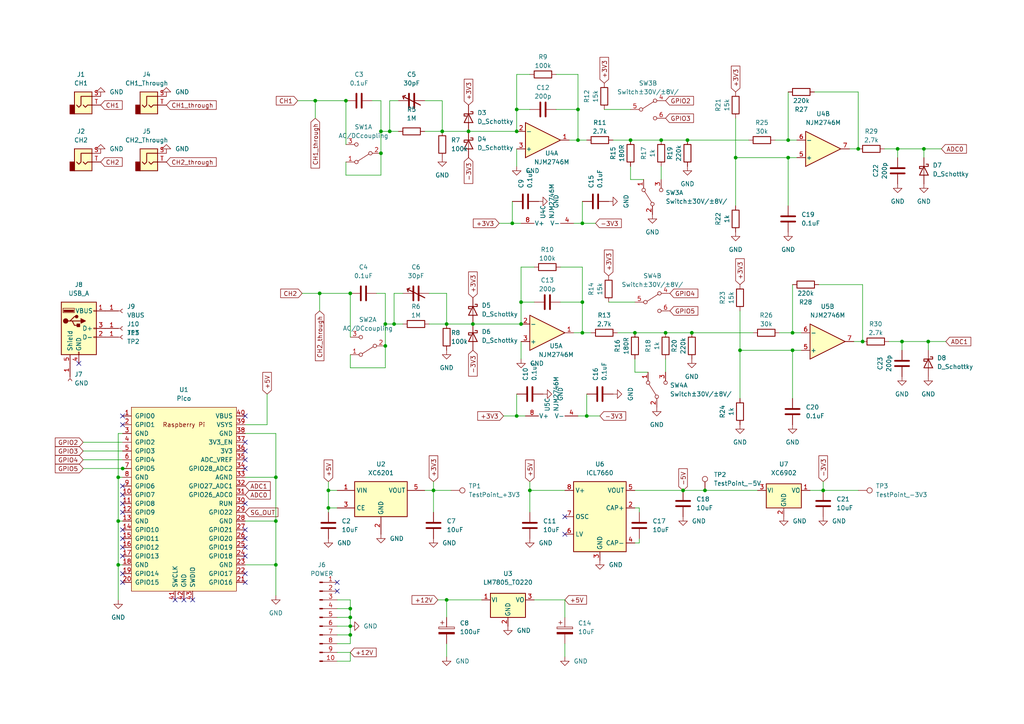
<source format=kicad_sch>
(kicad_sch (version 20211123) (generator eeschema)
  (paper "A4")
  (lib_symbols
    (symbol "Amplifier_Operational:LM6172" (pin_names (offset 0.127))
      (property "Reference" "U" (at 0 5.08 0))
      (property "Value" "LM6172" (at 0 -5.08 0))
      (symbol "LM6172_1_1"
        (pin output line (at 7.62 0 180) (length 2.54) (name "~") (number "1"))
        (pin input line (at -7.62 -2.54 0) (length 2.54) (name "-") (number "2"))
        (pin input line (at -7.62 2.54 0) (length 2.54) (name "+") (number "3"))
      )
      (symbol "LM6172_2_1"
        (pin input line (at -7.62 2.54 0) (length 2.54) (name "+") (number "5"))
        (pin input line (at -7.62 -2.54 0) (length 2.54) (name "-") (number "6"))
        (pin output line (at 7.62 0 180) (length 2.54) (name "~") (number "7"))
      )
      (symbol "LM6172_3_1"
        (pin power_in line (at -2.54 -7.62 90) (length 3.81) (name "V-") (number "4"))
        (pin power_in line (at -2.54 7.62 270) (length 3.81) (name "V+") (number "8"))
      )
    )
    (symbol "Connector:AudioJack2"
      (property "Reference" "J" (at 0 8.89 0))
      (property "Value" "AudioJack2" (at 0 6.35 0))
      (symbol "AudioJack2_1_1"
        (pin passive line (at 5.08 2.54 180) (length 2.54) (name "~") (number "S"))
        (pin passive line (at 5.08 0 180) (length 2.54) (name "~") (number "T"))
      )
    )
    (symbol "Connector:Conn_01x01_Female" (pin_names (offset 1.016) hide)
      (property "Reference" "J" (at 0 2.54 0))
      (property "Value" "Conn_01x01_Female" (at 0 -2.54 0))
      (symbol "Conn_01x01_Female_1_1"
        (pin passive line (at -5.08 0 0) (length 3.81) (name "Pin_1") (number "1"))
      )
    )
    (symbol "Connector:Conn_01x10_Male" (pin_names (offset 1.016) hide)
      (property "Reference" "J" (at 0 12.7 0))
      (property "Value" "Conn_01x10_Male" (at 0 -15.24 0))
      (symbol "Conn_01x10_Male_1_1"
        (pin passive line (at 5.08 10.16 180) (length 3.81) (name "Pin_1") (number "1"))
        (pin passive line (at 5.08 -12.7 180) (length 3.81) (name "Pin_10") (number "10"))
        (pin passive line (at 5.08 7.62 180) (length 3.81) (name "Pin_2") (number "2"))
        (pin passive line (at 5.08 5.08 180) (length 3.81) (name "Pin_3") (number "3"))
        (pin passive line (at 5.08 2.54 180) (length 3.81) (name "Pin_4") (number "4"))
        (pin passive line (at 5.08 0 180) (length 3.81) (name "Pin_5") (number "5"))
        (pin passive line (at 5.08 -2.54 180) (length 3.81) (name "Pin_6") (number "6"))
        (pin passive line (at 5.08 -5.08 180) (length 3.81) (name "Pin_7") (number "7"))
        (pin passive line (at 5.08 -7.62 180) (length 3.81) (name "Pin_8") (number "8"))
        (pin passive line (at 5.08 -10.16 180) (length 3.81) (name "Pin_9") (number "9"))
      )
    )
    (symbol "Connector:TestPoint" (pin_numbers hide) (pin_names (offset 0.762) hide)
      (property "Reference" "TP" (at 0 6.858 0))
      (property "Value" "TestPoint" (at 0 5.08 0))
      (symbol "TestPoint_1_1"
        (pin passive line (at 0 0 90) (length 2.54) (name "1") (number "1"))
      )
    )
    (symbol "Connector:USB_A" (pin_names (offset 1.016))
      (property "Reference" "J" (at -5.08 11.43 0))
      (property "Value" "USB_A" (at -5.08 8.89 0))
      (symbol "USB_A_1_1"
        (pin power_in line (at 7.62 5.08 180) (length 2.54) (name "VBUS") (number "1"))
        (pin bidirectional line (at 7.62 -2.54 180) (length 2.54) (name "D-") (number "2"))
        (pin bidirectional line (at 7.62 0 180) (length 2.54) (name "D+") (number "3"))
        (pin power_in line (at 0 -10.16 90) (length 2.54) (name "GND") (number "4"))
        (pin passive line (at -2.54 -10.16 90) (length 2.54) (name "Shield") (number "5"))
      )
    )
    (symbol "Device:C" (pin_numbers hide) (pin_names (offset 0.254))
      (property "Reference" "C" (at 0.635 2.54 0))
      (property "Value" "C" (at 0.635 -2.54 0))
      (symbol "C_1_1"
        (pin passive line (at 0 3.81 270) (length 2.794) (name "~") (number "1"))
        (pin passive line (at 0 -3.81 90) (length 2.794) (name "~") (number "2"))
      )
    )
    (symbol "Device:C_Polarized" (pin_numbers hide) (pin_names (offset 0.254))
      (property "Reference" "C" (at 0.635 2.54 0))
      (property "Value" "C_Polarized" (at 0.635 -2.54 0))
      (symbol "C_Polarized_1_1"
        (pin passive line (at 0 3.81 270) (length 2.794) (name "~") (number "1"))
        (pin passive line (at 0 -3.81 90) (length 2.794) (name "~") (number "2"))
      )
    )
    (symbol "Device:C_Variable" (pin_numbers hide) (pin_names (offset 0.254) hide)
      (property "Reference" "C" (at 0.635 -1.905 0))
      (property "Value" "C_Variable" (at 0.635 -3.81 0))
      (symbol "C_Variable_1_1"
        (pin passive line (at 0 3.81 270) (length 3.048) (name "~") (number "1"))
        (pin passive line (at 0 -3.81 90) (length 3.048) (name "~") (number "2"))
      )
    )
    (symbol "Device:D_Schottky" (pin_numbers hide) (pin_names (offset 1.016) hide)
      (property "Reference" "D" (at 0 2.54 0))
      (property "Value" "D_Schottky" (at 0 -2.54 0))
      (symbol "D_Schottky_1_1"
        (pin passive line (at -3.81 0 0) (length 2.54) (name "K") (number "1"))
        (pin passive line (at 3.81 0 180) (length 2.54) (name "A") (number "2"))
      )
    )
    (symbol "Device:R" (pin_numbers hide) (pin_names (offset 0))
      (property "Reference" "R" (at 2.032 0 90))
      (property "Value" "R" (at 0 0 90))
      (symbol "R_1_1"
        (pin passive line (at 0 3.81 270) (length 1.27) (name "~") (number "1"))
        (pin passive line (at 0 -3.81 90) (length 1.27) (name "~") (number "2"))
      )
    )
    (symbol "RPi_Pico:Pico" (pin_names (offset 1.016))
      (property "Reference" "U" (at -13.97 27.94 0))
      (property "Value" "Pico" (at 0 19.05 0))
      (symbol "Pico_0_0"
        (text "Raspberry Pi" (at 0 21.59 0) (effects (font (size 1.27 1.27))))
      )
      (symbol "Pico_1_1"
        (pin bidirectional line (at -17.78 24.13 0) (length 2.54) (name "GPIO0") (number "1"))
        (pin bidirectional line (at -17.78 1.27 0) (length 2.54) (name "GPIO7") (number "10"))
        (pin bidirectional line (at -17.78 -1.27 0) (length 2.54) (name "GPIO8") (number "11"))
        (pin bidirectional line (at -17.78 -3.81 0) (length 2.54) (name "GPIO9") (number "12"))
        (pin power_in line (at -17.78 -6.35 0) (length 2.54) (name "GND") (number "13"))
        (pin bidirectional line (at -17.78 -8.89 0) (length 2.54) (name "GPIO10") (number "14"))
        (pin bidirectional line (at -17.78 -11.43 0) (length 2.54) (name "GPIO11") (number "15"))
        (pin bidirectional line (at -17.78 -13.97 0) (length 2.54) (name "GPIO12") (number "16"))
        (pin bidirectional line (at -17.78 -16.51 0) (length 2.54) (name "GPIO13") (number "17"))
        (pin power_in line (at -17.78 -19.05 0) (length 2.54) (name "GND") (number "18"))
        (pin bidirectional line (at -17.78 -21.59 0) (length 2.54) (name "GPIO14") (number "19"))
        (pin bidirectional line (at -17.78 21.59 0) (length 2.54) (name "GPIO1") (number "2"))
        (pin bidirectional line (at -17.78 -24.13 0) (length 2.54) (name "GPIO15") (number "20"))
        (pin bidirectional line (at 17.78 -24.13 180) (length 2.54) (name "GPIO16") (number "21"))
        (pin bidirectional line (at 17.78 -21.59 180) (length 2.54) (name "GPIO17") (number "22"))
        (pin power_in line (at 17.78 -19.05 180) (length 2.54) (name "GND") (number "23"))
        (pin bidirectional line (at 17.78 -16.51 180) (length 2.54) (name "GPIO18") (number "24"))
        (pin bidirectional line (at 17.78 -13.97 180) (length 2.54) (name "GPIO19") (number "25"))
        (pin bidirectional line (at 17.78 -11.43 180) (length 2.54) (name "GPIO20") (number "26"))
        (pin bidirectional line (at 17.78 -8.89 180) (length 2.54) (name "GPIO21") (number "27"))
        (pin power_in line (at 17.78 -6.35 180) (length 2.54) (name "GND") (number "28"))
        (pin bidirectional line (at 17.78 -3.81 180) (length 2.54) (name "GPIO22") (number "29"))
        (pin power_in line (at -17.78 19.05 0) (length 2.54) (name "GND") (number "3"))
        (pin input line (at 17.78 -1.27 180) (length 2.54) (name "RUN") (number "30"))
        (pin bidirectional line (at 17.78 1.27 180) (length 2.54) (name "GPIO26_ADC0") (number "31"))
        (pin bidirectional line (at 17.78 3.81 180) (length 2.54) (name "GPIO27_ADC1") (number "32"))
        (pin power_in line (at 17.78 6.35 180) (length 2.54) (name "AGND") (number "33"))
        (pin bidirectional line (at 17.78 8.89 180) (length 2.54) (name "GPIO28_ADC2") (number "34"))
        (pin unspecified line (at 17.78 11.43 180) (length 2.54) (name "ADC_VREF") (number "35"))
        (pin unspecified line (at 17.78 13.97 180) (length 2.54) (name "3V3") (number "36"))
        (pin input line (at 17.78 16.51 180) (length 2.54) (name "3V3_EN") (number "37"))
        (pin bidirectional line (at 17.78 19.05 180) (length 2.54) (name "GND") (number "38"))
        (pin unspecified line (at 17.78 21.59 180) (length 2.54) (name "VSYS") (number "39"))
        (pin bidirectional line (at -17.78 16.51 0) (length 2.54) (name "GPIO2") (number "4"))
        (pin unspecified line (at 17.78 24.13 180) (length 2.54) (name "VBUS") (number "40"))
        (pin input line (at -2.54 -29.21 90) (length 2.54) (name "SWCLK") (number "41"))
        (pin power_in line (at 0 -29.21 90) (length 2.54) (name "GND") (number "42"))
        (pin bidirectional line (at 2.54 -29.21 90) (length 2.54) (name "SWDIO") (number "43"))
        (pin bidirectional line (at -17.78 13.97 0) (length 2.54) (name "GPIO3") (number "5"))
        (pin bidirectional line (at -17.78 11.43 0) (length 2.54) (name "GPIO4") (number "6"))
        (pin bidirectional line (at -17.78 8.89 0) (length 2.54) (name "GPIO5") (number "7"))
        (pin power_in line (at -17.78 6.35 0) (length 2.54) (name "GND") (number "8"))
        (pin bidirectional line (at -17.78 3.81 0) (length 2.54) (name "GPIO6") (number "9"))
      )
    )
    (symbol "Regulator_Linear:LM7805_TO220" (pin_names (offset 0.254))
      (property "Reference" "U" (at -3.81 3.175 0))
      (property "Value" "LM7805_TO220" (at 0 3.175 0))
      (symbol "LM7805_TO220_1_1"
        (pin power_in line (at -7.62 0 0) (length 2.54) (name "VI") (number "1"))
        (pin power_in line (at 0 -7.62 90) (length 2.54) (name "GND") (number "2"))
        (pin power_out line (at 7.62 0 180) (length 2.54) (name "VO") (number "3"))
      )
    )
    (symbol "Regulator_Linear:XC6206PxxxMR" (pin_names (offset 0.254))
      (property "Reference" "U?" (at 0 7.62 0))
      (property "Value" "XC6206PxxxMR" (at 0 5.08 0))
      (symbol "XC6206PxxxMR_1_1"
        (pin power_out line (at 7.62 0 180) (length 2.54) (name "VO") (number "1"))
        (pin power_in line (at 0 -7.62 90) (length 2.54) (name "GND") (number "2"))
        (pin power_in line (at -7.62 0 0) (length 2.54) (name "VI") (number "3"))
      )
    )
    (symbol "Regulator_Linear:XC6210B332MR"
      (property "Reference" "U" (at 0 8.89 0))
      (property "Value" "XC6210B332MR" (at 0 6.35 0))
      (symbol "XC6210B332MR_1_1"
        (pin power_in line (at -12.7 2.54 0) (length 5.08) (name "VIN") (number "1"))
        (pin power_in line (at 0 -10.16 90) (length 5.08) (name "GND") (number "2"))
        (pin input line (at -12.7 -2.54 0) (length 5.08) (name "CE") (number "3"))
        (pin no_connect line (at 12.7 -2.54 180) (length 5.08) hide (name "NC") (number "4"))
        (pin power_out line (at 12.7 2.54 180) (length 5.08) (name "VOUT") (number "5"))
      )
    )
    (symbol "Regulator_SwitchedCapacitor:ICL7660"
      (property "Reference" "U" (at -6.35 11.43 0))
      (property "Value" "ICL7660" (at 3.81 11.43 0))
      (symbol "ICL7660_1_1"
        (pin no_connect line (at -7.62 5.08 0) (length 2.54) hide (name "NC") (number "1"))
        (pin input line (at 10.16 2.54 180) (length 2.54) (name "CAP+") (number "2"))
        (pin power_in line (at 0 -12.7 90) (length 2.54) (name "GND") (number "3"))
        (pin input line (at 10.16 -7.62 180) (length 2.54) (name "CAP-") (number "4"))
        (pin power_out line (at 10.16 7.62 180) (length 2.54) (name "VOUT") (number "5"))
        (pin input line (at -10.16 -5.08 0) (length 2.54) (name "LV") (number "6"))
        (pin input line (at -10.16 0 0) (length 2.54) (name "OSC") (number "7"))
        (pin power_in line (at -10.16 7.62 0) (length 2.54) (name "V+") (number "8"))
      )
    )
    (symbol "Switch:SW_DPDT_x2" (pin_names (offset 0) hide)
      (property "Reference" "SW" (at 0 4.318 0))
      (property "Value" "SW_DPDT_x2" (at 0 -5.08 0))
      (symbol "SW_DPDT_x2_1_1"
        (pin passive line (at 5.08 2.54 180) (length 2.54) (name "A") (number "1"))
        (pin passive line (at -5.08 0 0) (length 2.54) (name "B") (number "2"))
        (pin passive line (at 5.08 -2.54 180) (length 2.54) (name "C") (number "3"))
      )
      (symbol "SW_DPDT_x2_2_1"
        (pin passive line (at 5.08 2.54 180) (length 2.54) (name "A") (number "4"))
        (pin passive line (at -5.08 0 0) (length 2.54) (name "B") (number "5"))
        (pin passive line (at 5.08 -2.54 180) (length 2.54) (name "C") (number "6"))
      )
    )
    (symbol "power:GND" (power) (pin_names (offset 0))
      (property "Value" "GND" (at 0 -3.81 0))
      (symbol "GND_1_1"
        (pin power_in line (at 0 0 270) (length 0) hide (name "GND") (number "1"))
      )
    )
  )
  (junction (at 128.27 38.1))
  (junction (at 184.15 96.52))
  (junction (at 125.73 142.24))
  (junction (at 238.76 142.24))
  (junction (at 129.54 93.98))
  (junction (at 214.63 101.6))
  (junction (at 269.24 99.06))
  (junction (at 248.92 43.18))
  (junction (at 35.56 135.89))
  (junction (at 111.76 93.98))
  (junction (at 250.19 99.06))
  (junction (at 213.36 45.72))
  (junction (at 167.64 31.75))
  (junction (at 129.54 173.99))
  (junction (at 261.62 99.06))
  (junction (at 191.77 40.64))
  (junction (at 80.01 163.83))
  (junction (at 149.86 38.1))
  (junction (at 229.87 96.52))
  (junction (at 101.6 181.61))
  (junction (at 100.33 29.21))
  (junction (at 168.91 64.77))
  (junction (at 137.16 93.98))
  (junction (at 199.39 40.64))
  (junction (at 101.6 179.07))
  (junction (at 168.91 87.63))
  (junction (at 148.59 64.77))
  (junction (at 167.64 40.64))
  (junction (at 34.29 163.83))
  (junction (at 182.88 40.64))
  (junction (at 228.6 45.72))
  (junction (at 95.25 147.32))
  (junction (at 151.13 93.98))
  (junction (at 34.29 151.13))
  (junction (at 91.44 29.21))
  (junction (at 114.3 93.98))
  (junction (at 110.49 38.1))
  (junction (at 113.03 38.1))
  (junction (at 92.71 85.09))
  (junction (at 229.87 101.6))
  (junction (at 95.25 142.24))
  (junction (at 80.01 151.13))
  (junction (at 34.29 138.43))
  (junction (at 135.89 38.1))
  (junction (at 151.13 87.63))
  (junction (at 204.47 142.24))
  (junction (at 80.01 138.43))
  (junction (at 149.86 120.65))
  (junction (at 193.04 96.52))
  (junction (at 170.18 120.65))
  (junction (at 101.6 176.53))
  (junction (at 267.97 43.18))
  (junction (at 198.12 142.24))
  (junction (at 101.6 184.15))
  (junction (at 200.66 96.52))
  (junction (at 110.49 44.45))
  (junction (at 153.67 142.24))
  (junction (at 168.91 96.52))
  (junction (at 149.86 31.75))
  (junction (at 260.35 43.18))
  (junction (at 111.76 100.33))
  (junction (at 101.6 85.09))
  (junction (at 228.6 40.64))
  (no_connect (at 35.56 166.37))
  (no_connect (at 35.56 168.91))
  (no_connect (at 22.86 105.41))
  (no_connect (at 71.12 128.27))
  (no_connect (at 71.12 133.35))
  (no_connect (at 71.12 135.89))
  (no_connect (at 71.12 146.05))
  (no_connect (at 71.12 120.65))
  (no_connect (at 50.8 173.99))
  (no_connect (at 53.34 173.99))
  (no_connect (at 55.88 173.99))
  (no_connect (at 71.12 153.67))
  (no_connect (at 71.12 156.21))
  (no_connect (at 71.12 158.75))
  (no_connect (at 71.12 161.29))
  (no_connect (at 71.12 166.37))
  (no_connect (at 71.12 168.91))
  (no_connect (at 71.12 130.81))
  (no_connect (at 35.56 161.29))
  (no_connect (at 35.56 156.21))
  (no_connect (at 35.56 153.67))
  (no_connect (at 35.56 158.75))
  (no_connect (at 35.56 148.59))
  (no_connect (at 35.56 143.51))
  (no_connect (at 35.56 146.05))
  (no_connect (at 35.56 140.97))
  (no_connect (at 97.79 168.91))
  (no_connect (at 97.79 171.45))
  (no_connect (at 163.83 154.94))
  (no_connect (at 163.83 149.86))
  (no_connect (at 35.56 120.65))
  (no_connect (at 35.56 123.19))
  (wire (pts (xy 167.64 40.64) (xy 170.18 40.64)))
  (wire (pts (xy 91.44 29.21) (xy 100.33 29.21)))
  (wire (pts (xy 182.88 52.07) (xy 186.69 52.07)))
  (wire (pts (xy 87.63 85.09) (xy 92.71 85.09)))
  (wire (pts (xy 184.15 147.32) (xy 185.42 147.32)))
  (wire (pts (xy 151.13 77.47) (xy 151.13 87.63)))
  (wire (pts (xy 151.13 87.63) (xy 151.13 93.98)))
  (wire (pts (xy 214.63 101.6) (xy 229.87 101.6)))
  (wire (pts (xy 95.25 142.24) (xy 95.25 147.32)))
  (wire (pts (xy 125.73 142.24) (xy 125.73 148.59)))
  (wire (pts (xy 153.67 31.75) (xy 149.86 31.75)))
  (wire (pts (xy 154.94 77.47) (xy 151.13 77.47)))
  (wire (pts (xy 162.56 77.47) (xy 168.91 77.47)))
  (wire (pts (xy 184.15 107.95) (xy 187.96 107.95)))
  (wire (pts (xy 229.87 96.52) (xy 232.41 96.52)))
  (wire (pts (xy 80.01 151.13) (xy 80.01 163.83)))
  (wire (pts (xy 34.29 138.43) (xy 35.56 138.43)))
  (wire (pts (xy 110.49 38.1) (xy 113.03 38.1)))
  (wire (pts (xy 261.62 99.06) (xy 261.62 101.6)))
  (wire (pts (xy 100.33 50.8) (xy 100.33 46.99)))
  (wire (pts (xy 191.77 48.26) (xy 191.77 52.07)))
  (wire (pts (xy 101.6 191.77) (xy 97.79 191.77)))
  (wire (pts (xy 129.54 85.09) (xy 129.54 93.98)))
  (wire (pts (xy 124.46 93.98) (xy 129.54 93.98)))
  (wire (pts (xy 213.36 45.72) (xy 228.6 45.72)))
  (wire (pts (xy 101.6 181.61) (xy 101.6 184.15)))
  (wire (pts (xy 267.97 43.18) (xy 273.05 43.18)))
  (wire (pts (xy 149.86 31.75) (xy 149.86 38.1)))
  (wire (pts (xy 185.42 147.32) (xy 185.42 148.59)))
  (wire (pts (xy 34.29 151.13) (xy 34.29 163.83)))
  (wire (pts (xy 269.24 99.06) (xy 274.32 99.06)))
  (wire (pts (xy 24.13 135.89) (xy 35.56 135.89)))
  (wire (pts (xy 71.12 138.43) (xy 80.01 138.43)))
  (wire (pts (xy 166.37 96.52) (xy 168.91 96.52)))
  (wire (pts (xy 111.76 85.09) (xy 111.76 93.98)))
  (wire (pts (xy 228.6 26.67) (xy 228.6 40.64)))
  (wire (pts (xy 125.73 139.7) (xy 125.73 142.24)))
  (wire (pts (xy 109.22 85.09) (xy 111.76 85.09)))
  (wire (pts (xy 247.65 99.06) (xy 250.19 99.06)))
  (wire (pts (xy 226.06 96.52) (xy 229.87 96.52)))
  (wire (pts (xy 148.59 64.77) (xy 148.59 58.42)))
  (wire (pts (xy 71.12 125.73) (xy 80.01 125.73)))
  (wire (pts (xy 149.86 43.18) (xy 149.86 48.26)))
  (wire (pts (xy 146.05 120.65) (xy 149.86 120.65)))
  (wire (pts (xy 80.01 163.83) (xy 80.01 172.72)))
  (wire (pts (xy 193.04 104.14) (xy 193.04 107.95)))
  (wire (pts (xy 193.04 96.52) (xy 200.66 96.52)))
  (wire (pts (xy 149.86 120.65) (xy 149.86 114.3)))
  (wire (pts (xy 71.12 151.13) (xy 80.01 151.13)))
  (wire (pts (xy 114.3 85.09) (xy 116.84 85.09)))
  (wire (pts (xy 229.87 101.6) (xy 229.87 115.57)))
  (wire (pts (xy 184.15 104.14) (xy 184.15 107.95)))
  (wire (pts (xy 228.6 45.72) (xy 231.14 45.72)))
  (wire (pts (xy 114.3 93.98) (xy 114.3 85.09)))
  (wire (pts (xy 165.1 40.64) (xy 167.64 40.64)))
  (wire (pts (xy 80.01 125.73) (xy 80.01 138.43)))
  (wire (pts (xy 97.79 179.07) (xy 101.6 179.07)))
  (wire (pts (xy 129.54 93.98) (xy 137.16 93.98)))
  (wire (pts (xy 101.6 173.99) (xy 101.6 176.53)))
  (wire (pts (xy 24.13 130.81) (xy 35.56 130.81)))
  (wire (pts (xy 261.62 99.06) (xy 269.24 99.06)))
  (wire (pts (xy 113.03 38.1) (xy 115.57 38.1)))
  (wire (pts (xy 185.42 157.48) (xy 184.15 157.48)))
  (wire (pts (xy 111.76 106.68) (xy 101.6 106.68)))
  (wire (pts (xy 101.6 184.15) (xy 101.6 186.69)))
  (wire (pts (xy 97.79 176.53) (xy 101.6 176.53)))
  (wire (pts (xy 101.6 189.23) (xy 101.6 191.77)))
  (wire (pts (xy 228.6 45.72) (xy 228.6 59.69)))
  (wire (pts (xy 214.63 101.6) (xy 214.63 115.57)))
  (wire (pts (xy 113.03 38.1) (xy 113.03 29.21)))
  (wire (pts (xy 149.86 120.65) (xy 152.4 120.65)))
  (wire (pts (xy 248.92 26.67) (xy 248.92 43.18)))
  (wire (pts (xy 153.67 142.24) (xy 153.67 148.59)))
  (wire (pts (xy 257.81 99.06) (xy 261.62 99.06)))
  (wire (pts (xy 137.16 93.98) (xy 151.13 93.98)))
  (wire (pts (xy 97.79 173.99) (xy 101.6 173.99)))
  (wire (pts (xy 35.56 135.89) (xy 36.83 135.89)))
  (wire (pts (xy 198.12 142.24) (xy 204.47 142.24)))
  (wire (pts (xy 204.47 142.24) (xy 219.71 142.24)))
  (wire (pts (xy 162.56 87.63) (xy 168.91 87.63)))
  (wire (pts (xy 34.29 163.83) (xy 35.56 163.83)))
  (wire (pts (xy 213.36 45.72) (xy 213.36 59.69)))
  (wire (pts (xy 135.89 38.1) (xy 149.86 38.1)))
  (wire (pts (xy 237.49 82.55) (xy 250.19 82.55)))
  (wire (pts (xy 24.13 133.35) (xy 35.56 133.35)))
  (wire (pts (xy 176.53 87.63) (xy 184.15 87.63)))
  (wire (pts (xy 161.29 31.75) (xy 167.64 31.75)))
  (wire (pts (xy 111.76 100.33) (xy 111.76 106.68)))
  (wire (pts (xy 95.25 147.32) (xy 97.79 147.32)))
  (wire (pts (xy 175.26 31.75) (xy 182.88 31.75)))
  (wire (pts (xy 238.76 139.7) (xy 238.76 142.24)))
  (wire (pts (xy 91.44 29.21) (xy 91.44 34.29)))
  (wire (pts (xy 80.01 138.43) (xy 80.01 151.13)))
  (wire (pts (xy 177.8 40.64) (xy 182.88 40.64)))
  (wire (pts (xy 166.37 64.77) (xy 168.91 64.77)))
  (wire (pts (xy 97.79 184.15) (xy 101.6 184.15)))
  (wire (pts (xy 128.27 38.1) (xy 135.89 38.1)))
  (wire (pts (xy 101.6 179.07) (xy 101.6 181.61)))
  (wire (pts (xy 34.29 163.83) (xy 34.29 173.99)))
  (wire (pts (xy 163.83 173.99) (xy 163.83 179.07)))
  (wire (pts (xy 114.3 93.98) (xy 116.84 93.98)))
  (wire (pts (xy 123.19 38.1) (xy 128.27 38.1)))
  (wire (pts (xy 101.6 176.53) (xy 101.6 179.07)))
  (wire (pts (xy 107.95 29.21) (xy 110.49 29.21)))
  (wire (pts (xy 179.07 96.52) (xy 184.15 96.52)))
  (wire (pts (xy 124.46 85.09) (xy 129.54 85.09)))
  (wire (pts (xy 95.25 142.24) (xy 97.79 142.24)))
  (wire (pts (xy 127 173.99) (xy 129.54 173.99)))
  (wire (pts (xy 234.95 142.24) (xy 238.76 142.24)))
  (wire (pts (xy 34.29 125.73) (xy 34.29 138.43)))
  (wire (pts (xy 154.94 173.99) (xy 163.83 173.99)))
  (wire (pts (xy 163.83 186.69) (xy 163.83 190.5)))
  (wire (pts (xy 228.6 40.64) (xy 231.14 40.64)))
  (wire (pts (xy 200.66 96.52) (xy 218.44 96.52)))
  (wire (pts (xy 97.79 189.23) (xy 101.6 189.23)))
  (wire (pts (xy 110.49 38.1) (xy 110.49 44.45)))
  (wire (pts (xy 161.29 21.59) (xy 167.64 21.59)))
  (wire (pts (xy 71.12 163.83) (xy 80.01 163.83)))
  (wire (pts (xy 148.59 64.77) (xy 151.13 64.77)))
  (wire (pts (xy 184.15 142.24) (xy 198.12 142.24)))
  (wire (pts (xy 168.91 87.63) (xy 168.91 96.52)))
  (wire (pts (xy 86.36 29.21) (xy 91.44 29.21)))
  (wire (pts (xy 168.91 64.77) (xy 172.72 64.77)))
  (wire (pts (xy 92.71 85.09) (xy 92.71 90.17)))
  (wire (pts (xy 101.6 106.68) (xy 101.6 102.87)))
  (wire (pts (xy 153.67 139.7) (xy 153.67 142.24)))
  (wire (pts (xy 246.38 43.18) (xy 248.92 43.18)))
  (wire (pts (xy 168.91 64.77) (xy 168.91 58.42)))
  (wire (pts (xy 170.18 120.65) (xy 170.18 114.3)))
  (wire (pts (xy 34.29 138.43) (xy 34.29 151.13)))
  (wire (pts (xy 110.49 29.21) (xy 110.49 38.1)))
  (wire (pts (xy 149.86 21.59) (xy 149.86 31.75)))
  (wire (pts (xy 260.35 43.18) (xy 260.35 45.72)))
  (wire (pts (xy 267.97 43.18) (xy 267.97 45.72)))
  (wire (pts (xy 77.47 114.3) (xy 77.47 123.19)))
  (wire (pts (xy 153.67 21.59) (xy 149.86 21.59)))
  (wire (pts (xy 110.49 50.8) (xy 100.33 50.8)))
  (wire (pts (xy 123.19 142.24) (xy 125.73 142.24)))
  (wire (pts (xy 110.49 44.45) (xy 110.49 50.8)))
  (wire (pts (xy 168.91 77.47) (xy 168.91 87.63)))
  (wire (pts (xy 71.12 123.19) (xy 77.47 123.19)))
  (wire (pts (xy 139.7 173.99) (xy 129.54 173.99)))
  (wire (pts (xy 229.87 82.55) (xy 229.87 96.52)))
  (wire (pts (xy 167.64 31.75) (xy 167.64 40.64)))
  (wire (pts (xy 236.22 26.67) (xy 248.92 26.67)))
  (wire (pts (xy 256.54 43.18) (xy 260.35 43.18)))
  (wire (pts (xy 123.19 29.21) (xy 128.27 29.21)))
  (wire (pts (xy 168.91 96.52) (xy 171.45 96.52)))
  (wire (pts (xy 170.18 120.65) (xy 173.99 120.65)))
  (wire (pts (xy 213.36 34.29) (xy 213.36 45.72)))
  (wire (pts (xy 154.94 87.63) (xy 151.13 87.63)))
  (wire (pts (xy 167.64 120.65) (xy 170.18 120.65)))
  (wire (pts (xy 151.13 99.06) (xy 151.13 104.14)))
  (wire (pts (xy 199.39 40.64) (xy 217.17 40.64)))
  (wire (pts (xy 34.29 151.13) (xy 35.56 151.13)))
  (wire (pts (xy 35.56 125.73) (xy 34.29 125.73)))
  (wire (pts (xy 250.19 82.55) (xy 250.19 99.06)))
  (wire (pts (xy 24.13 128.27) (xy 35.56 128.27)))
  (wire (pts (xy 129.54 173.99) (xy 129.54 179.07)))
  (wire (pts (xy 214.63 90.17) (xy 214.63 101.6)))
  (wire (pts (xy 229.87 101.6) (xy 232.41 101.6)))
  (wire (pts (xy 182.88 40.64) (xy 191.77 40.64)))
  (wire (pts (xy 100.33 29.21) (xy 100.33 41.91)))
  (wire (pts (xy 95.25 139.7) (xy 95.25 142.24)))
  (wire (pts (xy 95.25 147.32) (xy 95.25 148.59)))
  (wire (pts (xy 113.03 29.21) (xy 115.57 29.21)))
  (wire (pts (xy 144.78 64.77) (xy 148.59 64.77)))
  (wire (pts (xy 111.76 93.98) (xy 114.3 93.98)))
  (wire (pts (xy 101.6 85.09) (xy 101.6 97.79)))
  (wire (pts (xy 238.76 142.24) (xy 248.92 142.24)))
  (wire (pts (xy 224.79 40.64) (xy 228.6 40.64)))
  (wire (pts (xy 153.67 142.24) (xy 163.83 142.24)))
  (wire (pts (xy 101.6 186.69) (xy 97.79 186.69)))
  (wire (pts (xy 191.77 40.64) (xy 199.39 40.64)))
  (wire (pts (xy 184.15 96.52) (xy 193.04 96.52)))
  (wire (pts (xy 111.76 93.98) (xy 111.76 100.33)))
  (wire (pts (xy 92.71 85.09) (xy 101.6 85.09)))
  (wire (pts (xy 182.88 48.26) (xy 182.88 52.07)))
  (wire (pts (xy 167.64 21.59) (xy 167.64 31.75)))
  (wire (pts (xy 260.35 43.18) (xy 267.97 43.18)))
  (wire (pts (xy 129.54 186.69) (xy 129.54 190.5)))
  (wire (pts (xy 125.73 142.24) (xy 130.81 142.24)))
  (wire (pts (xy 185.42 156.21) (xy 185.42 157.48)))
  (wire (pts (xy 97.79 181.61) (xy 101.6 181.61)))
  (wire (pts (xy 128.27 29.21) (xy 128.27 38.1)))
  (wire (pts (xy 269.24 99.06) (xy 269.24 101.6)))
  (global_label "+3V3" (shape input) (at 135.89 30.48 90) (property "Intersheet References" "${INTERSHEET_REFS}" (effects hide)))
  (global_label "GPIO4" (shape input) (at 24.13 133.35 180) (property "Intersheet References" "${INTERSHEET_REFS}" (effects hide)))
  (global_label "+12V" (shape input) (at 127 173.99 180) (property "Intersheet References" "${INTERSHEET_REFS}" (effects hide)))
  (global_label "CH1_through" (shape input) (at 91.44 34.29 270) (property "Intersheet References" "${INTERSHEET_REFS}" (effects hide)))
  (global_label "ADC0" (shape input) (at 273.05 43.18 0) (property "Intersheet References" "${INTERSHEET_REFS}" (effects hide)))
  (global_label "+3V3" (shape input) (at 144.78 64.77 180) (property "Intersheet References" "${INTERSHEET_REFS}" (effects hide)))
  (global_label "ADC0" (shape input) (at 71.12 143.51 0) (property "Intersheet References" "${INTERSHEET_REFS}" (effects hide)))
  (global_label "GPIO5" (shape input) (at 194.31 90.17 0) (property "Intersheet References" "${INTERSHEET_REFS}" (effects hide)))
  (global_label "+3V3" (shape input) (at 137.16 86.36 90) (property "Intersheet References" "${INTERSHEET_REFS}" (effects hide)))
  (global_label "ADC1" (shape input) (at 274.32 99.06 0) (property "Intersheet References" "${INTERSHEET_REFS}" (effects hide)))
  (global_label "+12V" (shape input) (at 101.6 189.23 0) (property "Intersheet References" "${INTERSHEET_REFS}" (effects hide)))
  (global_label "GPIO2" (shape input) (at 193.04 29.21 0) (property "Intersheet References" "${INTERSHEET_REFS}" (effects hide)))
  (global_label "+3V3" (shape input) (at 176.53 80.01 90) (property "Intersheet References" "${INTERSHEET_REFS}" (effects hide)))
  (global_label "GPIO3" (shape input) (at 193.04 34.29 0) (property "Intersheet References" "${INTERSHEET_REFS}" (effects hide)))
  (global_label "+5V" (shape input) (at 153.67 139.7 90) (property "Intersheet References" "${INTERSHEET_REFS}" (effects hide)))
  (global_label "CH1" (shape input) (at 86.36 29.21 180) (property "Intersheet References" "${INTERSHEET_REFS}" (effects hide)))
  (global_label "+5V" (shape input) (at 95.25 139.7 90) (property "Intersheet References" "${INTERSHEET_REFS}" (effects hide)))
  (global_label "-5V" (shape input) (at 198.12 142.24 90) (property "Intersheet References" "${INTERSHEET_REFS}" (effects hide)))
  (global_label "GPIO4" (shape input) (at 194.31 85.09 0) (property "Intersheet References" "${INTERSHEET_REFS}" (effects hide)))
  (global_label "-3V3" (shape input) (at 173.99 120.65 0) (property "Intersheet References" "${INTERSHEET_REFS}" (effects hide)))
  (global_label "+3V3" (shape input) (at 125.73 139.7 90) (property "Intersheet References" "${INTERSHEET_REFS}" (effects hide)))
  (global_label "-3V3" (shape input) (at 172.72 64.77 0) (property "Intersheet References" "${INTERSHEET_REFS}" (effects hide)))
  (global_label "GPIO2" (shape input) (at 24.13 128.27 180) (property "Intersheet References" "${INTERSHEET_REFS}" (effects hide)))
  (global_label "-3V3" (shape input) (at 135.89 45.72 270) (property "Intersheet References" "${INTERSHEET_REFS}" (effects hide)))
  (global_label "CH2_through" (shape input) (at 92.71 90.17 270) (property "Intersheet References" "${INTERSHEET_REFS}" (effects hide)))
  (global_label "GPIO3" (shape input) (at 24.13 130.81 180) (property "Intersheet References" "${INTERSHEET_REFS}" (effects hide)))
  (global_label "CH2_through" (shape input) (at 48.26 46.99 0) (property "Intersheet References" "${INTERSHEET_REFS}" (effects hide)))
  (global_label "-3V3" (shape input) (at 137.16 101.6 270) (property "Intersheet References" "${INTERSHEET_REFS}" (effects hide)))
  (global_label "CH1_through" (shape input) (at 48.26 30.48 0) (property "Intersheet References" "${INTERSHEET_REFS}" (effects hide)))
  (global_label "SG_OUT" (shape input) (at 71.12 148.59 0) (property "Intersheet References" "${INTERSHEET_REFS}" (effects hide)))
  (global_label "+5V" (shape input) (at 77.47 114.3 90) (property "Intersheet References" "${INTERSHEET_REFS}" (effects hide)))
  (global_label "+3V3" (shape input) (at 146.05 120.65 180) (property "Intersheet References" "${INTERSHEET_REFS}" (effects hide)))
  (global_label "-3V3" (shape input) (at 238.76 139.7 90) (property "Intersheet References" "${INTERSHEET_REFS}" (effects hide)))
  (global_label "+3V3" (shape input) (at 214.63 82.55 90) (property "Intersheet References" "${INTERSHEET_REFS}" (effects hide)))
  (global_label "CH1" (shape input) (at 29.21 30.48 0) (property "Intersheet References" "${INTERSHEET_REFS}" (effects hide)))
  (global_label "+5V" (shape input) (at 163.83 173.99 0) (property "Intersheet References" "${INTERSHEET_REFS}" (effects hide)))
  (global_label "+3V3" (shape input) (at 213.36 26.67 90) (property "Intersheet References" "${INTERSHEET_REFS}" (effects hide)))
  (global_label "CH2" (shape input) (at 29.21 46.99 0) (property "Intersheet References" "${INTERSHEET_REFS}" (effects hide)))
  (global_label "+3V3" (shape input) (at 175.26 24.13 90) (property "Intersheet References" "${INTERSHEET_REFS}" (effects hide)))
  (global_label "CH2" (shape input) (at 87.63 85.09 180) (property "Intersheet References" "${INTERSHEET_REFS}" (effects hide)))
  (global_label "GPIO5" (shape input) (at 24.13 135.89 180) (property "Intersheet References" "${INTERSHEET_REFS}" (effects hide)))
  (global_label "ADC1" (shape input) (at 71.12 140.97 0) (property "Intersheet References" "${INTERSHEET_REFS}" (effects hide)))
  (symbol (lib_id "power:GND") (at 198.12 149.86 0) (unit 1)
    (property "Reference" "#PWR029" (effects hide))
    (property "Value" "GND" (at 200.66 151.1299 0) (effects (justify left)))
  )
  (symbol (lib_id "power:GND") (at 129.54 101.6 0) (unit 1)
    (property "Reference" "#PWR015" (effects hide))
    (property "Value" "GND" (at 129.54 106.68 0))
  )
  (symbol (lib_id "Device:C") (at 153.67 152.4 0) (unit 1)
    (property "Reference" "C11" (at 157.48 151.1299 0) (effects (justify left)))
    (property "Value" "10uF" (at 157.48 153.6699 0) (effects (justify left)))
    (property "Footprint" "Capacitor_THT:C_Disc_D5.0mm_W2.5mm_P2.50mm" (effects hide))
  )
  (symbol (lib_id "Device:C") (at 95.25 152.4 0) (unit 1)
    (property "Reference" "C2" (at 99.06 151.1299 0) (effects (justify left)))
    (property "Value" "10uF" (at 99.06 153.6699 0) (effects (justify left)))
    (property "Footprint" "Capacitor_THT:C_Disc_D5.0mm_W2.5mm_P2.50mm" (effects hide))
  )
  (symbol (lib_id "power:GND") (at 261.62 109.22 0) (unit 1)
    (property "Reference" "#PWR039" (effects hide))
    (property "Value" "GND" (at 261.62 114.3 0))
  )
  (symbol (lib_id "Device:D_Schottky") (at 137.16 90.17 270) (unit 1)
    (property "Reference" "D5" (at 139.7 88.5824 90) (effects (justify left)))
    (property "Value" "D_Schottky" (at 139.7 91.1224 90) (effects (justify left)))
    (property "Footprint" "Diode_THT:D_DO-41_SOD81_P7.62mm_Horizontal" (effects hide))
  )
  (symbol (lib_id "Device:R") (at 120.65 93.98 90) (unit 1)
    (property "Reference" "R6" (at 120.65 88.9 90))
    (property "Value" "1M" (at 120.65 91.44 90))
    (property "Footprint" "Resistor_THT:R_Axial_DIN0207_L6.3mm_D2.5mm_P2.54mm_Vertical" (effects hide))
  )
  (symbol (lib_id "Device:R") (at 158.75 77.47 270) (unit 1)
    (property "Reference" "R10" (at 158.75 72.39 90))
    (property "Value" "100k" (at 158.75 74.93 90))
    (property "Footprint" "Resistor_THT:R_Axial_DIN0207_L6.3mm_D2.5mm_P2.54mm_Vertical" (effects hide))
  )
  (symbol (lib_id "Device:R") (at 252.73 43.18 270) (unit 1)
    (property "Reference" "R29" (at 252.73 38.1 90))
    (property "Value" "2.7k" (at 252.73 40.64 90))
    (property "Footprint" "Resistor_THT:R_Axial_DIN0207_L6.3mm_D2.5mm_P2.54mm_Vertical" (effects hide))
  )
  (symbol (lib_id "Amplifier_Operational:LM6172") (at 158.75 62.23 90) (unit 3)
    (property "Reference" "U4" (at 157.4799 63.5 0) (effects (justify left)))
    (property "Value" "NJM2746M" (at 160.0199 63.5 0) (effects (justify left)))
    (property "Footprint" "Package_SO:SOP-8_5.28x5.23mm_P1.27mm" (effects hide))
    (property "Datasheet" "http://www.ti.com/lit/ds/symlink/lm6172.pdf" (effects hide))
  )
  (symbol (lib_id "power:GND") (at 190.5 118.11 0) (unit 1)
    (property "Reference" "#PWR028" (effects hide))
    (property "Value" "GND" (at 190.5 123.19 0))
  )
  (symbol (lib_id "Device:R") (at 128.27 41.91 180) (unit 1)
    (property "Reference" "R7" (at 130.81 40.6399 0) (effects (justify right)))
    (property "Value" "100k" (at 130.81 43.1799 0) (effects (justify right)))
    (property "Footprint" "Resistor_THT:R_Axial_DIN0207_L6.3mm_D2.5mm_P2.54mm_Vertical" (effects hide))
  )
  (symbol (lib_id "Device:R") (at 129.54 97.79 180) (unit 1)
    (property "Reference" "R8" (at 130.81 96.52 0) (effects (justify right)))
    (property "Value" "100k" (at 130.81 99.06 0) (effects (justify right)))
    (property "Footprint" "Resistor_THT:R_Axial_DIN0207_L6.3mm_D2.5mm_P2.54mm_Vertical" (effects hide))
  )
  (symbol (lib_id "power:GND") (at 199.39 48.26 0) (unit 1)
    (property "Reference" "#PWR030" (effects hide))
    (property "Value" "GND" (at 199.39 53.34 0))
  )
  (symbol (lib_id "Connector:Conn_01x01_Female") (at 35.56 95.25 0) (unit 1)
    (property "Reference" "J10" (at 36.83 93.9799 0) (effects (justify left)))
    (property "Value" "TP3" (at 36.83 96.5199 0) (effects (justify left)))
    (property "Footprint" "Connector_PinHeader_2.54mm:PinHeader_1x01_P2.54mm_Vertical" (effects hide))
  )
  (symbol (lib_id "power:GND") (at 48.26 27.94 180) (unit 1)
    (property "Reference" "#PWR07" (effects hide))
    (property "Value" "GND" (at 50.8 26.6699 0) (effects (justify right)))
  )
  (symbol (lib_id "Device:C") (at 172.72 58.42 270) (unit 1)
    (property "Reference" "C15" (at 171.4499 54.61 0) (effects (justify right)))
    (property "Value" "0.1uF" (at 173.9899 54.61 0) (effects (justify right)))
    (property "Footprint" "Capacitor_THT:C_Disc_D5.0mm_W2.5mm_P2.50mm" (effects hide))
  )
  (symbol (lib_id "Device:R") (at 214.63 86.36 0) (unit 1)
    (property "Reference" "R23" (at 209.55 86.36 90))
    (property "Value" "15k" (at 212.09 86.36 90))
    (property "Footprint" "Resistor_THT:R_Axial_DIN0207_L6.3mm_D2.5mm_P2.54mm_Vertical" (effects hide))
  )
  (symbol (lib_id "Amplifier_Operational:LM6172") (at 240.03 99.06 0) (mirror x) (unit 2)
    (property "Reference" "U5" (at 240.03 88.9 0))
    (property "Value" "NJM2746M" (at 240.03 91.44 0))
    (property "Footprint" "Package_SO:SOP-8_5.28x5.23mm_P1.27mm" (effects hide))
    (property "Datasheet" "http://www.ti.com/lit/ds/symlink/lm6172.pdf" (effects hide))
  )
  (symbol (lib_id "Connector:Conn_01x01_Female") (at 35.56 90.17 0) (unit 1)
    (property "Reference" "J9" (at 36.83 88.8999 0) (effects (justify left)))
    (property "Value" "VBUS" (at 36.83 91.4399 0) (effects (justify left)))
    (property "Footprint" "Connector_PinHeader_2.54mm:PinHeader_1x01_P2.54mm_Vertical" (effects hide))
  )
  (symbol (lib_id "Device:R") (at 213.36 63.5 0) (unit 1)
    (property "Reference" "R22" (at 208.28 63.5 90))
    (property "Value" "1k" (at 210.82 63.5 90))
    (property "Footprint" "Resistor_THT:R_Axial_DIN0207_L6.3mm_D2.5mm_P2.54mm_Vertical" (effects hide))
  )
  (symbol (lib_id "Regulator_SwitchedCapacitor:ICL7660") (at 173.99 149.86 0) (unit 1)
    (property "Reference" "U6" (at 173.99 134.62 0))
    (property "Value" "ICL7660" (at 173.99 137.16 0))
    (property "Footprint" "Package_DIP:DIP-8_W7.62mm" (effects hide))
    (property "Datasheet" "http://datasheets.maximintegrated.com/en/ds/ICL7660-MAX1044.pdf" (effects hide))
  )
  (symbol (lib_id "power:GND") (at 213.36 67.31 0) (unit 1)
    (property "Reference" "#PWR032" (effects hide))
    (property "Value" "GND" (at 213.36 72.39 0))
  )
  (symbol (lib_id "Device:C") (at 185.42 152.4 0) (unit 1)
    (property "Reference" "C17" (at 189.23 151.1299 0) (effects (justify left)))
    (property "Value" "10uF" (at 189.23 153.6699 0) (effects (justify left)))
    (property "Footprint" "Capacitor_THT:C_Disc_D5.0mm_W2.5mm_P2.50mm" (effects hide))
  )
  (symbol (lib_id "Device:C_Polarized") (at 163.83 182.88 0) (unit 1)
    (property "Reference" "C14" (at 167.64 180.7209 0) (effects (justify left)))
    (property "Value" "10uF" (at 167.64 183.2609 0) (effects (justify left)))
    (property "Footprint" "Capacitor_THT:CP_Radial_D5.0mm_P2.50mm" (effects hide))
  )
  (symbol (lib_id "Device:D_Schottky") (at 269.24 105.41 270) (unit 1)
    (property "Reference" "D8" (at 271.78 103.8224 90) (effects (justify left)))
    (property "Value" "D_Schottky" (at 271.78 106.3624 90) (effects (justify left)))
    (property "Footprint" "Diode_THT:D_DO-41_SOD81_P7.62mm_Horizontal" (effects hide))
  )
  (symbol (lib_id "power:GND") (at 151.13 104.14 0) (unit 1)
    (property "Reference" "#PWR019" (effects hide))
    (property "Value" "GND" (at 153.67 105.4099 0) (effects (justify left)))
  )
  (symbol (lib_id "power:GND") (at 227.33 149.86 0) (unit 1)
    (property "Reference" "#PWR034" (effects hide))
    (property "Value" "GND" (at 229.87 151.1299 0) (effects (justify left)))
  )
  (symbol (lib_id "power:GND") (at 200.66 104.14 0) (unit 1)
    (property "Reference" "#PWR031" (effects hide))
    (property "Value" "GND" (at 200.66 109.22 0))
  )
  (symbol (lib_id "Device:R") (at 199.39 44.45 0) (unit 1)
    (property "Reference" "R19" (at 194.31 44.45 90))
    (property "Value" "220k" (at 196.85 44.45 90))
    (property "Footprint" "Resistor_THT:R_Axial_DIN0207_L6.3mm_D2.5mm_P2.54mm_Vertical" (effects hide))
  )
  (symbol (lib_id "power:GND") (at 153.67 156.21 0) (unit 1)
    (property "Reference" "#PWR020" (effects hide))
    (property "Value" "GND" (at 156.21 157.4799 0) (effects (justify left)))
  )
  (symbol (lib_id "power:GND") (at 267.97 53.34 0) (unit 1)
    (property "Reference" "#PWR040" (effects hide))
    (property "Value" "GND" (at 267.97 58.42 0))
  )
  (symbol (lib_id "power:GND") (at 260.35 53.34 0) (unit 1)
    (property "Reference" "#PWR038" (effects hide))
    (property "Value" "GND" (at 260.35 58.42 0))
  )
  (symbol (lib_id "power:GND") (at 149.86 48.26 0) (unit 1)
    (property "Reference" "#PWR018" (effects hide))
    (property "Value" "GND" (at 152.4 49.5299 0) (effects (justify left)))
  )
  (symbol (lib_id "Connector:USB_A") (at 22.86 95.25 0) (unit 1)
    (property "Reference" "J8" (at 22.86 82.55 0))
    (property "Value" "USB_A" (at 22.86 85.09 0))
    (property "Footprint" "Connector_USB:USB_A_CONNFLY_DS1095-WNR0" (effects hide))
    (property "Datasheet" " ~" (effects hide))
  )
  (symbol (lib_id "Device:R") (at 176.53 83.82 0) (unit 1)
    (property "Reference" "R14" (at 171.45 83.82 90))
    (property "Value" "15k" (at 173.99 83.82 90))
    (property "Footprint" "Resistor_THT:R_Axial_DIN0207_L6.3mm_D2.5mm_P2.54mm_Vertical" (effects hide))
  )
  (symbol (lib_id "power:GND") (at 228.6 67.31 0) (unit 1)
    (property "Reference" "#PWR035" (effects hide))
    (property "Value" "GND" (at 228.6 72.39 0))
  )
  (symbol (lib_id "power:GND") (at 110.49 154.94 0) (unit 1)
    (property "Reference" "#PWR012" (effects hide))
    (property "Value" "GND" (at 113.03 156.2099 0) (effects (justify left)))
  )
  (symbol (lib_id "power:GND") (at 29.21 27.94 180) (unit 1)
    (property "Reference" "#PWR02" (effects hide))
    (property "Value" "GND" (at 31.75 26.6699 0) (effects (justify right)))
  )
  (symbol (lib_id "Device:R") (at 222.25 96.52 270) (unit 1)
    (property "Reference" "R26" (at 222.25 91.44 90))
    (property "Value" "30k" (at 222.25 93.98 90))
    (property "Footprint" "Resistor_THT:R_Axial_DIN0207_L6.3mm_D2.5mm_P2.54mm_Vertical" (effects hide))
  )
  (symbol (lib_id "Switch:SW_DPDT_x2") (at 187.96 31.75 0) (unit 2)
    (property "Reference" "SW3" (at 187.96 24.13 0))
    (property "Value" "Switch±30V/±8V/" (at 187.96 26.67 0))
    (property "Footprint" "toggle_dpdt:toggle_dpdt_mod" (effects hide))
  )
  (symbol (lib_id "power:GND") (at 48.26 44.45 180) (unit 1)
    (property "Reference" "#PWR08" (effects hide))
    (property "Value" "GND" (at 50.8 43.1799 0) (effects (justify right)))
  )
  (symbol (lib_id "Switch:SW_DPDT_x2") (at 189.23 87.63 0) (unit 2)
    (property "Reference" "SW4" (at 189.23 80.01 0))
    (property "Value" "Switch±30V/±8V/" (at 189.23 82.55 0))
    (property "Footprint" "toggle_dpdt:toggle_dpdt_mod" (effects hide))
  )
  (symbol (lib_id "Connector:Conn_01x01_Female") (at 35.56 97.79 0) (unit 1)
    (property "Reference" "J11" (at 36.83 96.5199 0) (effects (justify left)))
    (property "Value" "TP2" (at 36.83 99.0599 0) (effects (justify left)))
    (property "Footprint" "Connector_PinHeader_2.54mm:PinHeader_1x01_P2.54mm_Vertical" (effects hide))
  )
  (symbol (lib_id "power:GND") (at 128.27 45.72 0) (unit 1)
    (property "Reference" "#PWR014" (effects hide))
    (property "Value" "GND" (at 128.27 50.8 0))
  )
  (symbol (lib_id "Device:R") (at 232.41 26.67 90) (unit 1)
    (property "Reference" "R27" (at 232.41 31.75 90))
    (property "Value" "220k" (at 232.41 29.21 90))
    (property "Footprint" "Resistor_THT:R_Axial_DIN0207_L6.3mm_D2.5mm_P2.54mm_Vertical" (effects hide))
  )
  (symbol (lib_id "power:GND") (at 80.01 172.72 0) (unit 1)
    (property "Reference" "#PWR09" (effects hide))
    (property "Value" "GND" (at 80.01 177.8 0))
  )
  (symbol (lib_id "Device:C") (at 125.73 152.4 0) (unit 1)
    (property "Reference" "C7" (at 129.54 151.1299 0) (effects (justify left)))
    (property "Value" "10uF" (at 129.54 153.6699 0) (effects (justify left)))
    (property "Footprint" "Capacitor_THT:C_Disc_D5.0mm_W2.5mm_P2.50mm" (effects hide))
  )
  (symbol (lib_id "Device:R") (at 182.88 44.45 0) (unit 1)
    (property "Reference" "R15" (at 177.8 44.45 90))
    (property "Value" "180R" (at 180.34 44.45 90))
    (property "Footprint" "Resistor_THT:R_Axial_DIN0207_L6.3mm_D2.5mm_P2.54mm_Vertical" (effects hide))
  )
  (symbol (lib_id "Connector:TestPoint") (at 248.92 142.24 270) (unit 1)
    (property "Reference" "TP3" (at 254 140.9699 90) (effects (justify left)))
    (property "Value" "TestPoint_-3V3" (at 254 143.5099 90) (effects (justify left)))
    (property "Footprint" "TestPoint:TestPoint_Pad_D1.5mm" (effects hide))
  )
  (symbol (lib_id "Device:R") (at 254 99.06 270) (unit 1)
    (property "Reference" "R30" (at 254 93.98 90))
    (property "Value" "2.7k" (at 254 96.52 90))
    (property "Footprint" "Resistor_THT:R_Axial_DIN0207_L6.3mm_D2.5mm_P2.54mm_Vertical" (effects hide))
  )
  (symbol (lib_id "Connector:Conn_01x01_Female") (at 20.32 110.49 270) (unit 1)
    (property "Reference" "J7" (at 21.59 108.5849 90) (effects (justify left)))
    (property "Value" "GND" (at 21.59 111.1249 90) (effects (justify left)))
    (property "Footprint" "Connector_PinHeader_2.54mm:PinHeader_1x01_P2.54mm_Vertical" (effects hide))
  )
  (symbol (lib_id "power:GND") (at 163.83 190.5 0) (unit 1)
    (property "Reference" "#PWR023" (effects hide))
    (property "Value" "GND" (at 166.37 191.7699 0) (effects (justify left)))
  )
  (symbol (lib_id "Device:R") (at 214.63 119.38 0) (unit 1)
    (property "Reference" "R24" (at 209.55 119.38 90))
    (property "Value" "1k" (at 212.09 119.38 90))
    (property "Footprint" "Resistor_THT:R_Axial_DIN0207_L6.3mm_D2.5mm_P2.54mm_Vertical" (effects hide))
  )
  (symbol (lib_id "Device:R") (at 213.36 30.48 0) (unit 1)
    (property "Reference" "R21" (at 208.28 30.48 90))
    (property "Value" "15k" (at 210.82 30.48 90))
    (property "Footprint" "Resistor_THT:R_Axial_DIN0207_L6.3mm_D2.5mm_P2.54mm_Vertical" (effects hide))
  )
  (symbol (lib_id "Connector:AudioJack2") (at 43.18 46.99 0) (unit 1)
    (property "Reference" "J5" (at 42.545 38.1 0))
    (property "Value" "CH2_Through" (at 42.545 40.64 0))
    (property "Footprint" "Connector_Audio:Jack_3.5mm_QingPu_WQP-PJ398SM_Vertical_CircularHoles" (effects hide))
  )
  (symbol (lib_id "Device:C") (at 152.4 58.42 270) (unit 1)
    (property "Reference" "C9" (at 151.1299 54.61 0) (effects (justify right)))
    (property "Value" "0.1uF" (at 153.6699 54.61 0) (effects (justify right)))
    (property "Footprint" "Capacitor_THT:C_Disc_D5.0mm_W2.5mm_P2.50mm" (effects hide))
  )
  (symbol (lib_id "power:GND") (at 269.24 109.22 0) (unit 1)
    (property "Reference" "#PWR041" (effects hide))
    (property "Value" "GND" (at 269.24 114.3 0))
  )
  (symbol (lib_id "Device:R") (at 193.04 100.33 0) (unit 1)
    (property "Reference" "R18" (at 187.96 100.33 90))
    (property "Value" "1k" (at 190.5 100.33 90))
    (property "Footprint" "Resistor_THT:R_Axial_DIN0207_L6.3mm_D2.5mm_P2.54mm_Vertical" (effects hide))
  )
  (symbol (lib_id "Regulator_Linear:XC6210B332MR") (at 110.49 144.78 0) (unit 1)
    (property "Reference" "U2" (at 110.49 134.62 0))
    (property "Value" "XC6201" (at 110.49 137.16 0))
    (property "Footprint" "Package_TO_SOT_SMD:SOT-23-5" (effects hide))
    (property "Datasheet" "https://www.torexsemi.com/file/xc6210/XC6210.pdf" (effects hide))
  )
  (symbol (lib_id "Switch:SW_DPDT_x2") (at 105.41 44.45 180) (unit 1)
    (property "Reference" "SW1" (at 105.41 36.83 0))
    (property "Value" "AC/DCcoupling" (at 105.41 39.37 0))
    (property "Footprint" "Connector_PinHeader_2.54mm:PinHeader_1x03_P2.54mm_Vertical" (effects hide))
  )
  (symbol (lib_id "Device:D_Schottky") (at 267.97 49.53 270) (unit 1)
    (property "Reference" "D7" (at 270.51 47.9424 90) (effects (justify left)))
    (property "Value" "D_Schottky" (at 270.51 50.4824 90) (effects (justify left)))
    (property "Footprint" "Diode_THT:D_DO-41_SOD81_P7.62mm_Horizontal" (effects hide))
  )
  (symbol (lib_id "power:GND") (at 129.54 190.5 0) (unit 1)
    (property "Reference" "#PWR016" (effects hide))
    (property "Value" "GND" (at 132.08 191.7699 0) (effects (justify left)))
  )
  (symbol (lib_id "power:GND") (at 214.63 123.19 0) (unit 1)
    (property "Reference" "#PWR033" (effects hide))
    (property "Value" "GND" (at 214.63 128.27 0))
  )
  (symbol (lib_id "Amplifier_Operational:LM6172") (at 160.02 118.11 90) (unit 3)
    (property "Reference" "U5" (at 158.7499 119.38 0) (effects (justify left)))
    (property "Value" "NJM2746M" (at 161.2899 119.38 0) (effects (justify left)))
    (property "Footprint" "Package_SO:SOP-8_5.28x5.23mm_P1.27mm" (effects hide))
    (property "Datasheet" "http://www.ti.com/lit/ds/symlink/lm6172.pdf" (effects hide))
  )
  (symbol (lib_id "Device:C") (at 238.76 146.05 0) (unit 1)
    (property "Reference" "C21" (at 242.57 144.7799 0) (effects (justify left)))
    (property "Value" "10uF" (at 242.57 147.3199 0) (effects (justify left)))
    (property "Footprint" "Capacitor_THT:C_Disc_D5.0mm_W2.5mm_P2.50mm" (effects hide))
  )
  (symbol (lib_id "Regulator_Linear:LM7805_TO220") (at 147.32 173.99 0) (unit 1)
    (property "Reference" "U3" (at 147.32 166.37 0))
    (property "Value" "LM7805_TO220" (at 147.32 168.91 0))
    (property "Footprint" "Package_TO_SOT_THT:TO-220-3_Vertical" (effects hide))
    (property "Datasheet" "https://www.onsemi.cn/PowerSolutions/document/MC7800-D.PDF" (effects hide))
  )
  (symbol (lib_id "power:GND") (at 147.32 181.61 0) (unit 1)
    (property "Reference" "#PWR017" (effects hide))
    (property "Value" "GND" (at 149.86 182.8799 0) (effects (justify left)))
  )
  (symbol (lib_id "Device:C") (at 229.87 119.38 180) (unit 1)
    (property "Reference" "C20" (at 233.68 118.1099 0) (effects (justify right)))
    (property "Value" "0.1uF" (at 233.68 120.6499 0) (effects (justify right)))
    (property "Footprint" "Capacitor_THT:C_Disc_D5.0mm_W2.5mm_P2.50mm" (effects hide))
  )
  (symbol (lib_id "power:GND") (at 173.99 162.56 0) (unit 1)
    (property "Reference" "#PWR024" (effects hide))
    (property "Value" "GND" (at 176.53 163.8299 0) (effects (justify left)))
  )
  (symbol (lib_id "Device:C") (at 158.75 87.63 90) (unit 1)
    (property "Reference" "C13" (at 158.75 81.28 90))
    (property "Value" "200p" (at 158.75 83.82 90))
    (property "Footprint" "Capacitor_THT:C_Disc_D5.0mm_W2.5mm_P2.50mm" (effects hide))
  )
  (symbol (lib_id "power:GND") (at 177.8 114.3 90) (unit 1)
    (property "Reference" "#PWR026" (effects hide))
    (property "Value" "GND" (at 182.88 114.3 0))
  )
  (symbol (lib_id "Connector:AudioJack2") (at 43.18 30.48 0) (unit 1)
    (property "Reference" "J4" (at 42.545 21.59 0))
    (property "Value" "CH1_Through" (at 42.545 24.13 0))
    (property "Footprint" "Connector_Audio:Jack_3.5mm_QingPu_WQP-PJ398SM_Vertical_CircularHoles" (effects hide))
  )
  (symbol (lib_id "Regulator_Linear:XC6206PxxxMR") (at 227.33 142.24 0) (unit 1)
    (property "Reference" "U7" (at 227.33 134.62 0))
    (property "Value" "XC6902" (at 227.33 137.16 0))
    (property "Footprint" "Package_TO_SOT_SMD:SOT-23" (effects hide))
    (property "Datasheet" "https://www.torexsemi.com/file/xc6206/XC6206.pdf" (effects hide))
  )
  (symbol (lib_id "Device:R") (at 175.26 27.94 0) (unit 1)
    (property "Reference" "R12" (at 170.18 27.94 90))
    (property "Value" "15k" (at 172.72 27.94 90))
    (property "Footprint" "Resistor_THT:R_Axial_DIN0207_L6.3mm_D2.5mm_P2.54mm_Vertical" (effects hide))
  )
  (symbol (lib_id "Device:C") (at 104.14 29.21 90) (unit 1)
    (property "Reference" "C3" (at 104.14 21.59 90))
    (property "Value" "0.1uF" (at 104.14 24.13 90))
    (property "Footprint" "Capacitor_THT:C_Disc_D5.0mm_W2.5mm_P2.50mm" (effects hide))
  )
  (symbol (lib_id "Connector:TestPoint") (at 130.81 142.24 270) (unit 1)
    (property "Reference" "TP1" (at 135.89 140.9699 90) (effects (justify left)))
    (property "Value" "TestPoint_+3V3" (at 135.89 143.5099 90) (effects (justify left)))
    (property "Footprint" "TestPoint:TestPoint_Pad_D1.5mm" (effects hide))
  )
  (symbol (lib_id "power:GND") (at 189.23 62.23 0) (unit 1)
    (property "Reference" "#PWR027" (effects hide))
    (property "Value" "GND" (at 189.23 67.31 0))
  )
  (symbol (lib_id "Device:C") (at 260.35 49.53 180) (unit 1)
    (property "Reference" "C22" (at 254 49.53 90))
    (property "Value" "200p" (at 256.54 49.53 90))
    (property "Footprint" "Capacitor_THT:C_Disc_D5.0mm_W2.5mm_P2.50mm" (effects hide))
  )
  (symbol (lib_id "Device:C") (at 153.67 114.3 270) (unit 1)
    (property "Reference" "C10" (at 152.3999 110.49 0) (effects (justify right)))
    (property "Value" "0.1uF" (at 154.9399 110.49 0) (effects (justify right)))
    (property "Footprint" "Capacitor_THT:C_Disc_D5.0mm_W2.5mm_P2.50mm" (effects hide))
  )
  (symbol (lib_id "Switch:SW_DPDT_x2") (at 190.5 113.03 90) (unit 1)
    (property "Reference" "SW4" (at 194.31 111.7599 90) (effects (justify right)))
    (property "Value" "Switch±30V/±8V/" (at 194.31 114.2999 90) (effects (justify right)))
    (property "Footprint" "toggle_dpdt:toggle_dpdt_mod" (effects hide))
  )
  (symbol (lib_id "Device:C_Polarized") (at 129.54 182.88 0) (unit 1)
    (property "Reference" "C8" (at 133.35 180.7209 0) (effects (justify left)))
    (property "Value" "100uF" (at 133.35 183.2609 0) (effects (justify left)))
    (property "Footprint" "Capacitor_THT:CP_Radial_D6.3mm_P2.50mm" (effects hide))
  )
  (symbol (lib_id "Device:R") (at 200.66 100.33 0) (unit 1)
    (property "Reference" "R20" (at 195.58 100.33 90))
    (property "Value" "220k" (at 198.12 100.33 90))
    (property "Footprint" "Resistor_THT:R_Axial_DIN0207_L6.3mm_D2.5mm_P2.54mm_Vertical" (effects hide))
  )
  (symbol (lib_id "power:GND") (at 238.76 149.86 0) (unit 1)
    (property "Reference" "#PWR037" (effects hide))
    (property "Value" "GND" (at 241.3 151.1299 0) (effects (justify left)))
  )
  (symbol (lib_id "Device:R") (at 173.99 40.64 270) (unit 1)
    (property "Reference" "R11" (at 173.99 35.56 90))
    (property "Value" "2.7k" (at 173.99 38.1 90))
    (property "Footprint" "Resistor_THT:R_Axial_DIN0207_L6.3mm_D2.5mm_P2.54mm_Vertical" (effects hide))
  )
  (symbol (lib_id "Device:C") (at 105.41 85.09 90) (unit 1)
    (property "Reference" "C4" (at 105.41 77.47 90))
    (property "Value" "0.1uF" (at 105.41 80.01 90))
    (property "Footprint" "Capacitor_THT:C_Disc_D5.0mm_W2.5mm_P2.50mm" (effects hide))
  )
  (symbol (lib_id "power:GND") (at 29.21 44.45 180) (unit 1)
    (property "Reference" "#PWR03" (effects hide))
    (property "Value" "GND" (at 31.75 43.1799 0) (effects (justify right)))
  )
  (symbol (lib_id "power:GND") (at 34.29 173.99 0) (unit 1)
    (property "Reference" "#PWR05" (effects hide))
    (property "Value" "GND" (at 34.29 179.07 0))
  )
  (symbol (lib_id "Device:C") (at 173.99 114.3 270) (unit 1)
    (property "Reference" "C16" (at 172.7199 110.49 0) (effects (justify right)))
    (property "Value" "0.1uF" (at 175.2599 110.49 0) (effects (justify right)))
    (property "Footprint" "Capacitor_THT:C_Disc_D5.0mm_W2.5mm_P2.50mm" (effects hide))
  )
  (symbol (lib_id "power:GND") (at 101.6 181.61 90) (unit 1)
    (property "Reference" "#PWR011" (effects hide))
    (property "Value" "GND" (at 105.41 181.6099 90) (effects (justify right)))
  )
  (symbol (lib_id "Device:R") (at 175.26 96.52 270) (unit 1)
    (property "Reference" "R13" (at 175.26 91.44 90))
    (property "Value" "2.7k" (at 175.26 93.98 90))
    (property "Footprint" "Resistor_THT:R_Axial_DIN0207_L6.3mm_D2.5mm_P2.54mm_Vertical" (effects hide))
  )
  (symbol (lib_id "Device:C_Variable") (at 119.38 29.21 90) (unit 1)
    (property "Reference" "C5" (at 119.38 21.59 90))
    (property "Value" "30pF" (at 119.38 24.13 90))
    (property "Footprint" "variable_capacitor:TZ03_B_" (effects hide))
  )
  (symbol (lib_id "Amplifier_Operational:LM6172") (at 158.75 96.52 0) (mirror x) (unit 1)
    (property "Reference" "U5" (at 161.29 100.33 0))
    (property "Value" "NJM2746M" (at 161.29 102.87 0))
    (property "Footprint" "Package_SO:SOP-8_5.28x5.23mm_P1.27mm" (effects hide))
    (property "Datasheet" "http://www.ti.com/lit/ds/symlink/lm6172.pdf" (effects hide))
  )
  (symbol (lib_id "Device:R") (at 184.15 100.33 0) (unit 1)
    (property "Reference" "R16" (at 179.07 100.33 90))
    (property "Value" "180R" (at 181.61 100.33 90))
    (property "Footprint" "Resistor_THT:R_Axial_DIN0207_L6.3mm_D2.5mm_P2.54mm_Vertical" (effects hide))
  )
  (symbol (lib_id "Device:R") (at 191.77 44.45 0) (unit 1)
    (property "Reference" "R17" (at 186.69 44.45 90))
    (property "Value" "1k" (at 189.23 44.45 90))
    (property "Footprint" "Resistor_THT:R_Axial_DIN0207_L6.3mm_D2.5mm_P2.54mm_Vertical" (effects hide))
  )
  (symbol (lib_id "RPi_Pico:Pico") (at 53.34 144.78 0) (unit 1)
    (property "Reference" "U1" (at 53.34 113.03 0))
    (property "Value" "Pico" (at 53.34 115.57 0))
    (property "Footprint" "MCU_RaspberryPi_and_Boards:RPi_Pico_SMD_TH" (effects hide))
  )
  (symbol (lib_id "Connector:AudioJack2") (at 24.13 30.48 0) (unit 1)
    (property "Reference" "J1" (at 23.495 21.59 0))
    (property "Value" "CH1" (at 23.495 24.13 0))
    (property "Footprint" "Connector_Audio:Jack_3.5mm_QingPu_WQP-PJ398SM_Vertical_CircularHoles" (effects hide))
  )
  (symbol (lib_id "Device:C_Variable") (at 120.65 85.09 90) (unit 1)
    (property "Reference" "C6" (at 120.65 77.47 90))
    (property "Value" "30pF" (at 120.65 80.01 90))
    (property "Footprint" "variable_capacitor:TZ03_B_" (effects hide))
  )
  (symbol (lib_id "power:GND") (at 156.21 58.42 90) (unit 1)
    (property "Reference" "#PWR021" (effects hide))
    (property "Value" "GND" (at 161.29 58.42 0))
  )
  (symbol (lib_id "Device:C") (at 228.6 63.5 180) (unit 1)
    (property "Reference" "C19" (at 232.41 62.2299 0) (effects (justify right)))
    (property "Value" "0.1uF" (at 232.41 64.7699 0) (effects (justify right)))
    (property "Footprint" "Capacitor_THT:C_Disc_D5.0mm_W2.5mm_P2.50mm" (effects hide))
  )
  (symbol (lib_id "Switch:SW_DPDT_x2") (at 189.23 57.15 90) (unit 1)
    (property "Reference" "SW3" (at 193.04 55.8799 90) (effects (justify right)))
    (property "Value" "Switch±30V/±8V/" (at 193.04 58.4199 90) (effects (justify right)))
    (property "Footprint" "toggle_dpdt:toggle_dpdt_mod" (effects hide))
  )
  (symbol (lib_id "Amplifier_Operational:LM6172") (at 238.76 43.18 0) (mirror x) (unit 2)
    (property "Reference" "U4" (at 238.76 33.02 0))
    (property "Value" "NJM2746M" (at 238.76 35.56 0))
    (property "Footprint" "Package_SO:SOP-8_5.28x5.23mm_P1.27mm" (effects hide))
    (property "Datasheet" "http://www.ti.com/lit/ds/symlink/lm6172.pdf" (effects hide))
  )
  (symbol (lib_id "Connector:TestPoint") (at 204.47 142.24 0) (unit 1)
    (property "Reference" "TP2" (at 207.01 137.6679 0) (effects (justify left)))
    (property "Value" "TestPoint_-5V" (at 207.01 140.2079 0) (effects (justify left)))
    (property "Footprint" "TestPoint:TestPoint_Pad_D1.5mm" (effects hide))
  )
  (symbol (lib_id "Device:D_Schottky") (at 135.89 34.29 270) (unit 1)
    (property "Reference" "D3" (at 138.43 32.7024 90) (effects (justify left)))
    (property "Value" "D_Schottky" (at 138.43 35.2424 90) (effects (justify left)))
    (property "Footprint" "Diode_THT:D_DO-41_SOD81_P7.62mm_Horizontal" (effects hide))
  )
  (symbol (lib_id "power:GND") (at 157.48 114.3 90) (unit 1)
    (property "Reference" "#PWR022" (effects hide))
    (property "Value" "GND" (at 162.56 114.3 0))
  )
  (symbol (lib_id "Device:C") (at 157.48 31.75 90) (unit 1)
    (property "Reference" "C12" (at 157.48 25.4 90))
    (property "Value" "200p" (at 157.48 27.94 90))
    (property "Footprint" "Capacitor_THT:C_Disc_D5.0mm_W2.5mm_P2.50mm" (effects hide))
  )
  (symbol (lib_id "Device:R") (at 220.98 40.64 270) (unit 1)
    (property "Reference" "R25" (at 220.98 35.56 90))
    (property "Value" "30k" (at 220.98 38.1 90))
    (property "Footprint" "Resistor_THT:R_Axial_DIN0207_L6.3mm_D2.5mm_P2.54mm_Vertical" (effects hide))
  )
  (symbol (lib_id "Device:R") (at 119.38 38.1 90) (unit 1)
    (property "Reference" "R5" (at 119.38 31.75 90))
    (property "Value" "1M" (at 119.38 34.29 90))
    (property "Footprint" "Resistor_THT:R_Axial_DIN0207_L6.3mm_D2.5mm_P2.54mm_Vertical" (effects hide))
  )
  (symbol (lib_id "Connector:AudioJack2") (at 24.13 46.99 0) (unit 1)
    (property "Reference" "J2" (at 23.495 38.1 0))
    (property "Value" "CH2" (at 23.495 40.64 0))
    (property "Footprint" "Connector_Audio:Jack_3.5mm_QingPu_WQP-PJ398SM_Vertical_CircularHoles" (effects hide))
  )
  (symbol (lib_id "Device:D_Schottky") (at 135.89 41.91 270) (unit 1)
    (property "Reference" "D4" (at 138.43 40.3224 90) (effects (justify left)))
    (property "Value" "D_Schottky" (at 138.43 42.8624 90) (effects (justify left)))
    (property "Footprint" "Diode_THT:D_DO-41_SOD81_P7.62mm_Horizontal" (effects hide))
  )
  (symbol (lib_id "Switch:SW_DPDT_x2") (at 106.68 100.33 180) (unit 1)
    (property "Reference" "SW2" (at 106.68 92.71 0))
    (property "Value" "AC/DCcoupling" (at 106.68 95.25 0))
    (property "Footprint" "Connector_PinHeader_2.54mm:PinHeader_1x03_P2.54mm_Vertical" (effects hide))
  )
  (symbol (lib_id "Device:R") (at 233.68 82.55 90) (unit 1)
    (property "Reference" "R28" (at 233.68 87.63 90))
    (property "Value" "220k" (at 233.68 85.09 90))
    (property "Footprint" "Resistor_THT:R_Axial_DIN0207_L6.3mm_D2.5mm_P2.54mm_Vertical" (effects hide))
  )
  (symbol (lib_id "power:GND") (at 229.87 123.19 0) (unit 1)
    (property "Reference" "#PWR036" (effects hide))
    (property "Value" "GND" (at 229.87 128.27 0))
  )
  (symbol (lib_id "Device:D_Schottky") (at 137.16 97.79 270) (unit 1)
    (property "Reference" "D6" (at 139.7 96.2024 90) (effects (justify left)))
    (property "Value" "D_Schottky" (at 139.7 98.7424 90) (effects (justify left)))
    (property "Footprint" "Diode_THT:D_DO-41_SOD81_P7.62mm_Horizontal" (effects hide))
  )
  (symbol (lib_id "power:GND") (at 176.53 58.42 90) (unit 1)
    (property "Reference" "#PWR025" (effects hide))
    (property "Value" "GND" (at 181.61 58.42 0))
  )
  (symbol (lib_id "Device:C") (at 261.62 105.41 180) (unit 1)
    (property "Reference" "C23" (at 255.27 105.41 90))
    (property "Value" "200p" (at 257.81 105.41 90))
    (property "Footprint" "Capacitor_THT:C_Disc_D5.0mm_W2.5mm_P2.50mm" (effects hide))
  )
  (symbol (lib_id "power:GND") (at 95.25 156.21 0) (unit 1)
    (property "Reference" "#PWR010" (effects hide))
    (property "Value" "GND" (at 97.79 157.4799 0) (effects (justify left)))
  )
  (symbol (lib_id "power:GND") (at 125.73 156.21 0) (unit 1)
    (property "Reference" "#PWR013" (effects hide))
    (property "Value" "GND" (at 128.27 157.4799 0) (effects (justify left)))
  )
  (symbol (lib_id "Device:R") (at 157.48 21.59 270) (unit 1)
    (property "Reference" "R9" (at 157.48 16.51 90))
    (property "Value" "100k" (at 157.48 19.05 90))
    (property "Footprint" "Resistor_THT:R_Axial_DIN0207_L6.3mm_D2.5mm_P2.54mm_Vertical" (effects hide))
  )
  (symbol (lib_id "Amplifier_Operational:LM6172") (at 157.48 40.64 0) (mirror x) (unit 1)
    (property "Reference" "U4" (at 160.02 44.45 0))
    (property "Value" "NJM2746M" (at 160.02 46.99 0))
    (property "Footprint" "Package_SO:SOP-8_5.28x5.23mm_P1.27mm" (effects hide))
    (property "Datasheet" "http://www.ti.com/lit/ds/symlink/lm6172.pdf" (effects hide))
  )
  (symbol (lib_id "Device:C") (at 198.12 146.05 0) (unit 1)
    (property "Reference" "C18" (at 201.93 144.7799 0) (effects (justify left)))
    (property "Value" "10uF" (at 201.93 147.3199 0) (effects (justify left)))
    (property "Footprint" "Capacitor_THT:C_Disc_D5.0mm_W2.5mm_P2.50mm" (effects hide))
  )
  (symbol (lib_id "Connector:Conn_01x10_Male") (at 92.71 179.07 0) (unit 1)
    (property "Reference" "J6" (at 93.345 163.83 0))
    (property "Value" "POWER" (at 93.345 166.37 0))
    (property "Footprint" "Connector_IDC:IDC-Header_2x05_P2.54mm_Vertical" (effects hide))
  )
)
</source>
